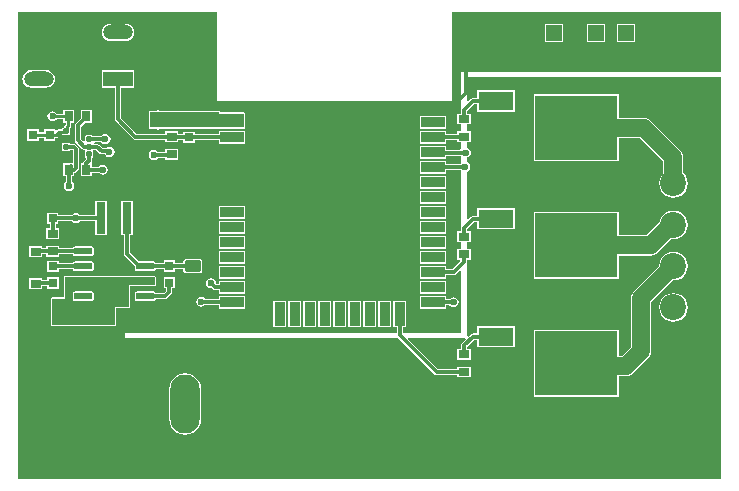
<source format=gtl>
G04*
G04 #@! TF.GenerationSoftware,Altium Limited,Altium Designer,21.2.1 (34)*
G04*
G04 Layer_Physical_Order=1*
G04 Layer_Color=255*
%FSLAX25Y25*%
%MOIN*%
G70*
G04*
G04 #@! TF.SameCoordinates,1D3D90CA-2CC7-45D0-A42F-5F1F34DB6ECE*
G04*
G04*
G04 #@! TF.FilePolarity,Positive*
G04*
G01*
G75*
%ADD18R,0.05236X0.05236*%
%ADD19R,0.07874X0.03543*%
%ADD20R,0.03543X0.07874*%
G04:AMPARAMS|DCode=21|XSize=62.21mil|YSize=23.23mil|CornerRadius=2.9mil|HoleSize=0mil|Usage=FLASHONLY|Rotation=180.000|XOffset=0mil|YOffset=0mil|HoleType=Round|Shape=RoundedRectangle|*
%AMROUNDEDRECTD21*
21,1,0.06221,0.01742,0,0,180.0*
21,1,0.05640,0.02323,0,0,180.0*
1,1,0.00581,-0.02820,0.00871*
1,1,0.00581,0.02820,0.00871*
1,1,0.00581,0.02820,-0.00871*
1,1,0.00581,-0.02820,-0.00871*
%
%ADD21ROUNDEDRECTD21*%
%ADD22R,0.10000X0.05000*%
%ADD23O,0.10000X0.05000*%
%ADD24R,0.03543X0.02756*%
%ADD25R,0.03000X0.03000*%
G04:AMPARAMS|DCode=26|XSize=19.29mil|YSize=17.72mil|CornerRadius=2.22mil|HoleSize=0mil|Usage=FLASHONLY|Rotation=0.000|XOffset=0mil|YOffset=0mil|HoleType=Round|Shape=RoundedRectangle|*
%AMROUNDEDRECTD26*
21,1,0.01929,0.01329,0,0,0.0*
21,1,0.01486,0.01772,0,0,0.0*
1,1,0.00443,0.00743,-0.00664*
1,1,0.00443,-0.00743,-0.00664*
1,1,0.00443,-0.00743,0.00664*
1,1,0.00443,0.00743,0.00664*
%
%ADD26ROUNDEDRECTD26*%
%ADD27R,0.02756X0.03543*%
%ADD28R,0.27559X0.21463*%
%ADD29R,0.11800X0.06300*%
%ADD30R,0.03150X0.10630*%
G04:AMPARAMS|DCode=31|XSize=39.37mil|YSize=55.91mil|CornerRadius=4.92mil|HoleSize=0mil|Usage=FLASHONLY|Rotation=270.000|XOffset=0mil|YOffset=0mil|HoleType=Round|Shape=RoundedRectangle|*
%AMROUNDEDRECTD31*
21,1,0.03937,0.04606,0,0,270.0*
21,1,0.02953,0.05591,0,0,270.0*
1,1,0.00984,-0.02303,-0.01476*
1,1,0.00984,-0.02303,0.01476*
1,1,0.00984,0.02303,0.01476*
1,1,0.00984,0.02303,-0.01476*
%
%ADD31ROUNDEDRECTD31*%
%ADD32R,0.03000X0.03000*%
%ADD53C,0.08661*%
%ADD54C,0.02362*%
%ADD55C,0.01181*%
%ADD56C,0.04331*%
%ADD57C,0.05906*%
%ADD58C,0.00984*%
%ADD59C,0.01968*%
%ADD60C,0.11811*%
%ADD61O,0.17717X0.08858*%
%ADD62O,0.08858X0.17717*%
%ADD63O,0.09843X0.19685*%
%ADD64R,0.05394X0.05394*%
%ADD65C,0.06299*%
G36*
X235418Y136732D02*
X148740D01*
Y126102D01*
X148740D01*
Y124396D01*
X148673Y124296D01*
X148596Y123909D01*
Y122707D01*
X147435D01*
Y119151D01*
X148740D01*
Y116802D01*
X147435D01*
Y116034D01*
X143471D01*
Y117053D01*
X134797D01*
Y112710D01*
X143471D01*
Y114014D01*
X147435D01*
Y113246D01*
X148740D01*
Y111234D01*
X148366Y110753D01*
X148338Y110734D01*
X143471D01*
Y112054D01*
X134797D01*
Y107710D01*
X143471D01*
Y108714D01*
X148740D01*
Y106372D01*
X148270Y105892D01*
X143471D01*
Y107053D01*
X134797D01*
Y102710D01*
X143471D01*
Y103872D01*
X148692D01*
X148740Y103800D01*
Y97710D01*
X148740Y85160D01*
X148673Y85060D01*
X148596Y84673D01*
Y83471D01*
X147435D01*
Y79915D01*
X148740D01*
Y77565D01*
X147435D01*
Y74010D01*
X148173D01*
X148380Y73510D01*
X145763Y70892D01*
X143471D01*
Y72053D01*
X134797D01*
Y67710D01*
X143471D01*
Y68872D01*
X146181D01*
X146568Y68949D01*
X146895Y69168D01*
X148278Y70551D01*
X148740Y70359D01*
Y49685D01*
X129179D01*
Y51608D01*
X130341D01*
Y60282D01*
X125998D01*
Y51608D01*
X127159D01*
Y49685D01*
X67268D01*
Y49685D01*
X36654D01*
Y48031D01*
X127548D01*
X139746Y35833D01*
X140074Y35614D01*
X140461Y35537D01*
X147435D01*
Y34769D01*
X151778D01*
Y38325D01*
X147435D01*
Y37557D01*
X140879D01*
X130867Y47570D01*
X131058Y48031D01*
X150069D01*
X150276Y47532D01*
X148892Y46147D01*
X148673Y45820D01*
X148596Y45433D01*
Y44231D01*
X147435D01*
Y40675D01*
X151778D01*
Y44231D01*
X150616D01*
Y45015D01*
X152992Y47390D01*
X154013D01*
Y44850D01*
X166613D01*
Y51950D01*
X154013D01*
Y49410D01*
X152573D01*
X152187Y49333D01*
X151859Y49114D01*
X151130Y48385D01*
X150630Y48592D01*
Y74010D01*
X151778D01*
Y77565D01*
X150630D01*
Y79915D01*
X151778D01*
Y83471D01*
X150630D01*
Y84269D01*
X152992Y86630D01*
X154013D01*
Y84090D01*
X166613D01*
Y91190D01*
X154013D01*
Y88650D01*
X152573D01*
X152187Y88573D01*
X151859Y88354D01*
X151092Y87587D01*
X150630Y87778D01*
X150630Y103285D01*
X150695Y103298D01*
X151251Y103670D01*
X151623Y104226D01*
X151753Y104882D01*
X151623Y105538D01*
X151251Y106094D01*
X150695Y106465D01*
X150630Y106479D01*
Y108097D01*
X150853Y108141D01*
X151409Y108512D01*
X151780Y109069D01*
X151911Y109724D01*
X151780Y110380D01*
X151409Y110936D01*
X150853Y111308D01*
X150630Y111352D01*
Y113246D01*
X151778D01*
Y116802D01*
X150630D01*
Y119151D01*
X151778D01*
Y122707D01*
X150630D01*
Y123505D01*
X152992Y125866D01*
X154013D01*
Y123326D01*
X166613D01*
Y130426D01*
X154013D01*
Y127886D01*
X152573D01*
X152187Y127810D01*
X151859Y127591D01*
X151092Y126823D01*
X150630Y127015D01*
Y134921D01*
X235418Y134921D01*
Y803D01*
X803D01*
Y156677D01*
X67268D01*
Y126929D01*
X145669Y126929D01*
Y156677D01*
X235418D01*
Y136732D01*
D02*
G37*
%LPC*%
G36*
X36791Y152689D02*
X31791D01*
X31034Y152589D01*
X30329Y152297D01*
X29723Y151832D01*
X29258Y151226D01*
X28966Y150521D01*
X28866Y149764D01*
X28966Y149007D01*
X29258Y148301D01*
X29723Y147696D01*
X30329Y147231D01*
X31034Y146938D01*
X31791Y146839D01*
X36791D01*
X37548Y146938D01*
X38254Y147231D01*
X38860Y147696D01*
X39325Y148301D01*
X39617Y149007D01*
X39716Y149764D01*
X39617Y150521D01*
X39325Y151226D01*
X38860Y151832D01*
X38254Y152297D01*
X37548Y152589D01*
X36791Y152689D01*
D02*
G37*
G36*
X206758Y152703D02*
X200565D01*
Y146509D01*
X206758D01*
Y152703D01*
D02*
G37*
G36*
X196758D02*
X190565D01*
Y146509D01*
X196758D01*
Y152703D01*
D02*
G37*
G36*
X182743D02*
X176549D01*
Y146509D01*
X182743D01*
Y152703D01*
D02*
G37*
G36*
X10291Y137189D02*
X5291D01*
X4534Y137089D01*
X3829Y136797D01*
X3223Y136332D01*
X2758Y135726D01*
X2466Y135021D01*
X2366Y134264D01*
X2466Y133507D01*
X2758Y132801D01*
X3223Y132195D01*
X3829Y131731D01*
X4534Y131438D01*
X5291Y131339D01*
X10291D01*
X11048Y131438D01*
X11754Y131731D01*
X12360Y132195D01*
X12824Y132801D01*
X13117Y133507D01*
X13216Y134264D01*
X13117Y135021D01*
X12824Y135726D01*
X12360Y136332D01*
X11754Y136797D01*
X11048Y137089D01*
X10291Y137189D01*
D02*
G37*
G36*
X19573Y124022D02*
X16017D01*
Y122721D01*
X13855D01*
X13653Y123023D01*
X13097Y123395D01*
X12441Y123525D01*
X11785Y123395D01*
X11229Y123023D01*
X10857Y122467D01*
X10727Y121811D01*
X10857Y121155D01*
X11229Y120599D01*
X11785Y120228D01*
X12441Y120097D01*
X13097Y120228D01*
X13653Y120599D01*
X13855Y120901D01*
X16017D01*
Y119679D01*
X16846D01*
Y119078D01*
X16325Y118557D01*
X16128Y118262D01*
X16082Y118030D01*
X15944Y118002D01*
X15738Y117865D01*
X15601Y117659D01*
X15585Y117579D01*
X14662D01*
X14314Y117510D01*
X14019Y117313D01*
X13897Y117192D01*
X13435Y117383D01*
Y117491D01*
X9635D01*
Y116481D01*
X7845D01*
Y117451D01*
X4045D01*
Y113651D01*
X7845D01*
Y114661D01*
X9635D01*
Y113691D01*
X13435D01*
Y114642D01*
X13543D01*
X13891Y114711D01*
X14187Y114908D01*
X15039Y115760D01*
X15658D01*
X15738Y115640D01*
X15944Y115503D01*
X16186Y115454D01*
X17672D01*
X17915Y115503D01*
X18120Y115640D01*
X18258Y115846D01*
X18306Y116088D01*
Y117417D01*
X18258Y117659D01*
X18155Y117813D01*
X18399Y118058D01*
X18596Y118353D01*
X18665Y118701D01*
Y119679D01*
X19573D01*
Y124022D01*
D02*
G37*
G36*
X143471Y122054D02*
X134797D01*
Y117710D01*
X143471D01*
Y122054D01*
D02*
G37*
G36*
X47480Y123840D02*
X46824Y123709D01*
X46634Y123583D01*
X45000D01*
X44694Y123456D01*
X44567Y123150D01*
Y118110D01*
X44694Y117804D01*
X45000Y117677D01*
X46575D01*
X46824Y117511D01*
X47480Y117380D01*
X48136Y117511D01*
X48385Y117677D01*
X76221D01*
X76300Y117710D01*
X76542D01*
Y117841D01*
X76653Y118110D01*
Y122710D01*
X76527Y123016D01*
X76221Y123143D01*
X68301D01*
Y123150D01*
X68174Y123456D01*
X67868Y123583D01*
X48326D01*
X48136Y123709D01*
X47480Y123840D01*
D02*
G37*
G36*
X39691Y137164D02*
X28891D01*
Y131364D01*
X33281D01*
Y120814D01*
X33358Y120428D01*
X33577Y120100D01*
X39378Y114299D01*
X39706Y114080D01*
X40092Y114004D01*
X49976D01*
Y113235D01*
X54320D01*
Y113905D01*
X56075D01*
Y112917D01*
X59875D01*
Y113807D01*
X67868D01*
Y112710D01*
X76542D01*
Y117053D01*
X67868D01*
Y115826D01*
X59875D01*
Y116717D01*
X56075D01*
Y115925D01*
X54320D01*
Y116791D01*
X49976D01*
Y116023D01*
X40510D01*
X35301Y121233D01*
Y131364D01*
X39691D01*
Y137164D01*
D02*
G37*
G36*
X25479Y124022D02*
X21923D01*
Y121107D01*
X20310Y119494D01*
X20090Y119166D01*
X20014Y118780D01*
Y113767D01*
X20090Y113380D01*
X20310Y113053D01*
X22359Y111003D01*
X22687Y110784D01*
X23073Y110707D01*
X23252D01*
X23253Y110707D01*
X23376Y110188D01*
X23239Y109982D01*
X23190Y109740D01*
Y108411D01*
X23239Y108168D01*
X23376Y107963D01*
X23443Y107918D01*
X23478Y107387D01*
X22947Y106856D01*
X22728Y106528D01*
X22660Y106187D01*
X21923D01*
Y101844D01*
X25479D01*
Y103006D01*
X27826D01*
X27961Y102804D01*
X28517Y102432D01*
X29173Y102302D01*
X29829Y102432D01*
X30385Y102804D01*
X30757Y103360D01*
X30887Y104016D01*
X30757Y104672D01*
X30385Y105228D01*
X29829Y105599D01*
X29173Y105730D01*
X28517Y105599D01*
X27961Y105228D01*
X27826Y105026D01*
X25479D01*
Y106187D01*
X25479Y106187D01*
X25503Y106677D01*
X25577Y107047D01*
Y107842D01*
X25758Y107963D01*
X25896Y108168D01*
X25944Y108411D01*
Y109740D01*
X25896Y109982D01*
X25791Y110139D01*
X25858Y110365D01*
X26005Y110624D01*
X26885D01*
X28076Y109433D01*
X28404Y109214D01*
X28790Y109137D01*
X29919D01*
X30205Y108709D01*
X30761Y108338D01*
X31417Y108207D01*
X32073Y108338D01*
X32629Y108709D01*
X33001Y109265D01*
X33131Y109921D01*
X33001Y110577D01*
X32629Y111133D01*
X32073Y111505D01*
X31417Y111635D01*
X30761Y111505D01*
X30241Y111157D01*
X29209D01*
X28018Y112348D01*
X27690Y112567D01*
X27303Y112644D01*
X26507D01*
X26359Y112904D01*
X26522Y113173D01*
X28725D01*
X28867Y112961D01*
X29423Y112590D01*
X30079Y112459D01*
X30735Y112590D01*
X31291Y112961D01*
X31662Y113517D01*
X31793Y114173D01*
X31662Y114829D01*
X31291Y115385D01*
X30735Y115757D01*
X30079Y115887D01*
X29423Y115757D01*
X28867Y115385D01*
X28738Y115193D01*
X25833D01*
X25758Y115306D01*
X25553Y115443D01*
X25310Y115491D01*
X23824D01*
X23582Y115443D01*
X23376Y115306D01*
X23239Y115100D01*
X23190Y114858D01*
Y113735D01*
X22691Y113528D01*
X22034Y114185D01*
Y118361D01*
X23351Y119679D01*
X25479D01*
Y124022D01*
D02*
G37*
G36*
X54320Y110886D02*
X49976D01*
Y110032D01*
X47471D01*
X47393Y110149D01*
X46837Y110521D01*
X46181Y110651D01*
X45525Y110521D01*
X44969Y110149D01*
X44598Y109593D01*
X44467Y108937D01*
X44598Y108281D01*
X44969Y107725D01*
X45525Y107353D01*
X46181Y107223D01*
X46837Y107353D01*
X47393Y107725D01*
X47585Y108012D01*
X49976D01*
Y107330D01*
X54320D01*
Y110886D01*
D02*
G37*
G36*
X17672Y112932D02*
X16186D01*
X15944Y112884D01*
X15738Y112747D01*
X15601Y112541D01*
X15553Y112299D01*
Y110970D01*
X15601Y110728D01*
X15738Y110522D01*
X15944Y110385D01*
X16186Y110336D01*
X17672D01*
X17915Y110385D01*
X18120Y110522D01*
X18134Y110542D01*
X19165D01*
X19266Y110442D01*
Y106187D01*
X18680D01*
X18583Y106207D01*
X18485Y106187D01*
X16017D01*
Y101844D01*
X16844D01*
Y99930D01*
X16701Y99834D01*
X16330Y99278D01*
X16199Y98622D01*
X16330Y97966D01*
X16701Y97410D01*
X17257Y97039D01*
X17913Y96908D01*
X18569Y97039D01*
X19125Y97410D01*
X19497Y97966D01*
X19627Y98622D01*
X19497Y99278D01*
X19125Y99834D01*
X18864Y100008D01*
Y101844D01*
X19573D01*
Y102966D01*
X19584D01*
X19970Y103043D01*
X20298Y103262D01*
X20990Y103954D01*
X21209Y104282D01*
X21286Y104668D01*
Y110860D01*
X21209Y111246D01*
X20990Y111574D01*
X20298Y112266D01*
X19970Y112485D01*
X19584Y112562D01*
X18244D01*
X18120Y112747D01*
X17915Y112884D01*
X17672Y112932D01*
D02*
G37*
G36*
X143471Y102053D02*
X134797D01*
Y97710D01*
X143471D01*
Y102053D01*
D02*
G37*
G36*
X201187Y129108D02*
X172828D01*
Y106845D01*
X201187D01*
Y114595D01*
X208103D01*
X215910Y106788D01*
Y102620D01*
X215277Y101795D01*
X214801Y100644D01*
X214638Y99410D01*
X214801Y98175D01*
X215277Y97024D01*
X216036Y96035D01*
X217024Y95277D01*
X218175Y94801D01*
X219409Y94638D01*
X220644Y94801D01*
X221795Y95277D01*
X222783Y96035D01*
X223542Y97024D01*
X224018Y98175D01*
X224181Y99410D01*
X224018Y100644D01*
X223542Y101795D01*
X222783Y102783D01*
X222673Y102868D01*
Y108189D01*
X222558Y109064D01*
X222220Y109880D01*
X221683Y110580D01*
X211895Y120368D01*
X211195Y120905D01*
X210379Y121243D01*
X209504Y121358D01*
X201187D01*
Y129108D01*
D02*
G37*
G36*
X143471Y97053D02*
X134797D01*
Y92710D01*
X143471D01*
Y97053D01*
D02*
G37*
G36*
X30676Y93510D02*
X26726D01*
Y88845D01*
X21505D01*
X21370Y89047D01*
X20813Y89418D01*
X20157Y89549D01*
X19502Y89418D01*
X18946Y89047D01*
X18811Y88845D01*
X14380D01*
Y89735D01*
X10580D01*
Y85935D01*
X11470D01*
Y84455D01*
X10387D01*
Y80899D01*
X14731D01*
Y84455D01*
X13490D01*
Y85935D01*
X14380D01*
Y86825D01*
X18811D01*
X18946Y86623D01*
X19502Y86251D01*
X20157Y86121D01*
X20813Y86251D01*
X21370Y86623D01*
X21505Y86825D01*
X26726D01*
Y82080D01*
X30676D01*
Y93510D01*
D02*
G37*
G36*
X143471Y92054D02*
X134797D01*
Y87710D01*
X143471D01*
Y92054D01*
D02*
G37*
G36*
X76542D02*
X67868D01*
Y87710D01*
X76542D01*
Y92054D01*
D02*
G37*
G36*
X143471Y87054D02*
X134797D01*
Y82710D01*
X143471D01*
Y87054D01*
D02*
G37*
G36*
X76542D02*
X67868D01*
Y82710D01*
X76542D01*
Y87054D01*
D02*
G37*
G36*
X219409Y90401D02*
X218175Y90239D01*
X217024Y89762D01*
X216036Y89004D01*
X215277Y88016D01*
X214801Y86865D01*
X214753Y86501D01*
X210373Y82122D01*
X201187D01*
Y89872D01*
X172828D01*
Y67609D01*
X201187D01*
Y75358D01*
X211774D01*
X212649Y75474D01*
X213465Y75811D01*
X214165Y76349D01*
X218760Y80944D01*
X219409Y80858D01*
X220644Y81021D01*
X221795Y81498D01*
X222783Y82256D01*
X223542Y83244D01*
X224018Y84395D01*
X224181Y85630D01*
X224018Y86865D01*
X223542Y88016D01*
X222783Y89004D01*
X221795Y89762D01*
X220644Y90239D01*
X219409Y90401D01*
D02*
G37*
G36*
X14731Y78550D02*
X10387D01*
Y77762D01*
X9023D01*
Y78511D01*
X4679D01*
Y74955D01*
X9023D01*
Y75742D01*
X10387D01*
Y74994D01*
X14731D01*
Y75791D01*
X19167D01*
X19187Y75690D01*
X19340Y75462D01*
X19568Y75309D01*
X19838Y75256D01*
X25477D01*
X25747Y75309D01*
X25975Y75462D01*
X26128Y75690D01*
X26181Y75960D01*
Y77702D01*
X26128Y77971D01*
X25975Y78199D01*
X25747Y78352D01*
X25477Y78406D01*
X19838D01*
X19568Y78352D01*
X19340Y78199D01*
X19187Y77971D01*
X19155Y77811D01*
X14731D01*
Y78550D01*
D02*
G37*
G36*
X143471Y82054D02*
X134797D01*
Y77710D01*
X143471D01*
Y82054D01*
D02*
G37*
G36*
X76542D02*
X67868D01*
Y77710D01*
X76542D01*
Y82054D01*
D02*
G37*
G36*
X143471Y77053D02*
X134797D01*
Y72710D01*
X143471D01*
Y77053D01*
D02*
G37*
G36*
X76542D02*
X67868D01*
Y72710D01*
X76542D01*
Y77053D01*
D02*
G37*
G36*
X14459Y73672D02*
X10659D01*
Y69872D01*
X14459D01*
Y70791D01*
X19167D01*
X19187Y70690D01*
X19340Y70462D01*
X19568Y70309D01*
X19838Y70256D01*
X25477D01*
X25747Y70309D01*
X25975Y70462D01*
X26128Y70690D01*
X26181Y70960D01*
Y72702D01*
X26128Y72971D01*
X25975Y73199D01*
X25747Y73352D01*
X25477Y73406D01*
X19838D01*
X19568Y73352D01*
X19340Y73199D01*
X19187Y72971D01*
X19155Y72811D01*
X14459D01*
Y73672D01*
D02*
G37*
G36*
X39337Y93510D02*
X35387D01*
Y82080D01*
X36352D01*
Y75846D01*
X36429Y75460D01*
X36648Y75132D01*
X39803Y71977D01*
Y70960D01*
X39857Y70690D01*
X40009Y70462D01*
X40238Y70309D01*
X40507Y70256D01*
X46147D01*
X46416Y70309D01*
X46644Y70462D01*
X46797Y70690D01*
X46828Y70844D01*
X49439D01*
Y69978D01*
X53239D01*
Y70884D01*
X55961D01*
Y70433D01*
X56030Y70085D01*
X56227Y69790D01*
X56522Y69593D01*
X56870Y69524D01*
X61476D01*
X61825Y69593D01*
X62120Y69790D01*
X62317Y70085D01*
X62386Y70433D01*
Y73386D01*
X62317Y73734D01*
X62120Y74029D01*
X61825Y74226D01*
X61476Y74295D01*
X56870D01*
X56522Y74226D01*
X56227Y74029D01*
X56030Y73734D01*
X55961Y73386D01*
Y72904D01*
X53239D01*
Y73778D01*
X49439D01*
Y72864D01*
X46818D01*
X46797Y72971D01*
X46644Y73199D01*
X46416Y73352D01*
X46147Y73406D01*
X41231D01*
X38372Y76265D01*
Y82080D01*
X39337D01*
Y93510D01*
D02*
G37*
G36*
X76542Y72053D02*
X67868D01*
Y67710D01*
X76542D01*
Y72053D01*
D02*
G37*
G36*
X14459Y68172D02*
X10659D01*
Y67138D01*
X9022D01*
Y67762D01*
X4679D01*
Y64206D01*
X9022D01*
Y65118D01*
X10659D01*
Y64372D01*
X14459D01*
Y68172D01*
D02*
G37*
G36*
X16693Y68543D02*
X16387Y68416D01*
X16260Y68110D01*
X16260Y61496D01*
X12362Y61496D01*
X12056Y61369D01*
X11929Y61063D01*
X11929Y52205D01*
X12056Y51899D01*
X12362Y51772D01*
X33307Y51772D01*
X33613Y51899D01*
X33740Y52205D01*
Y57914D01*
X37874Y57914D01*
X38180Y58040D01*
X38307Y58346D01*
Y65079D01*
X46457Y65079D01*
X46763Y65206D01*
X46890Y65512D01*
Y68110D01*
X46763Y68416D01*
X46457Y68543D01*
X16693Y68543D01*
D02*
G37*
G36*
X53239Y68278D02*
X49439D01*
Y64478D01*
X50329D01*
Y63686D01*
X49483Y62841D01*
X46823D01*
X46797Y62971D01*
X46644Y63200D01*
X46416Y63352D01*
X46147Y63406D01*
X40507D01*
X40238Y63352D01*
X40009Y63200D01*
X39857Y62971D01*
X39803Y62702D01*
Y60960D01*
X39857Y60690D01*
X40009Y60462D01*
X40238Y60309D01*
X40507Y60256D01*
X46147D01*
X46416Y60309D01*
X46644Y60462D01*
X46797Y60690D01*
X46823Y60821D01*
X49902D01*
X50288Y60898D01*
X50616Y61117D01*
X52053Y62554D01*
X52272Y62881D01*
X52349Y63268D01*
Y64478D01*
X53239D01*
Y68278D01*
D02*
G37*
G36*
X143471Y67054D02*
X134797D01*
Y62710D01*
X143471D01*
Y67054D01*
D02*
G37*
G36*
X65236Y67856D02*
X64580Y67725D01*
X64024Y67354D01*
X63653Y66798D01*
X63522Y66142D01*
X63653Y65486D01*
X64024Y64930D01*
X64580Y64558D01*
X65236Y64428D01*
X65474Y64475D01*
X65861Y64089D01*
X66188Y63870D01*
X66575Y63793D01*
X67868D01*
Y62710D01*
X76542D01*
Y67054D01*
X67868D01*
Y65923D01*
X67368Y65833D01*
X66950Y66142D01*
X66820Y66798D01*
X66448Y67354D01*
X65892Y67725D01*
X65236Y67856D01*
D02*
G37*
G36*
X76542Y62054D02*
X67868D01*
Y61010D01*
X63394D01*
X63259Y61212D01*
X62703Y61584D01*
X62047Y61714D01*
X61391Y61584D01*
X60835Y61212D01*
X60464Y60656D01*
X60333Y60000D01*
X60464Y59344D01*
X60835Y58788D01*
X61391Y58416D01*
X62047Y58286D01*
X62703Y58416D01*
X63259Y58788D01*
X63394Y58990D01*
X67868D01*
Y57710D01*
X76542D01*
Y62054D01*
D02*
G37*
G36*
X143471D02*
X134797D01*
Y57710D01*
X143471D01*
Y58793D01*
X144755D01*
X144890Y58591D01*
X145446Y58220D01*
X146102Y58089D01*
X146758Y58220D01*
X147314Y58591D01*
X147686Y59147D01*
X147816Y59803D01*
X147686Y60459D01*
X147314Y61015D01*
X146758Y61387D01*
X146102Y61517D01*
X145446Y61387D01*
X144890Y61015D01*
X144755Y60813D01*
X143471D01*
Y62054D01*
D02*
G37*
G36*
X219409Y62842D02*
X218175Y62680D01*
X217024Y62203D01*
X216036Y61445D01*
X215277Y60457D01*
X214801Y59306D01*
X214638Y58071D01*
X214801Y56836D01*
X215277Y55685D01*
X216036Y54697D01*
X217024Y53939D01*
X218175Y53462D01*
X219409Y53299D01*
X220644Y53462D01*
X221795Y53939D01*
X222783Y54697D01*
X223542Y55685D01*
X224018Y56836D01*
X224181Y58071D01*
X224018Y59306D01*
X223542Y60457D01*
X222783Y61445D01*
X221795Y62203D01*
X220644Y62680D01*
X219409Y62842D01*
D02*
G37*
G36*
X125341Y60282D02*
X120998D01*
Y51608D01*
X125341D01*
Y60282D01*
D02*
G37*
G36*
X120341D02*
X115998D01*
Y51608D01*
X120341D01*
Y60282D01*
D02*
G37*
G36*
X115341D02*
X110998D01*
Y51608D01*
X115341D01*
Y60282D01*
D02*
G37*
G36*
X110341D02*
X105998D01*
Y51608D01*
X110341D01*
Y60282D01*
D02*
G37*
G36*
X105341D02*
X100998D01*
Y51608D01*
X105341D01*
Y60282D01*
D02*
G37*
G36*
X100341D02*
X95998D01*
Y51608D01*
X100341D01*
Y60282D01*
D02*
G37*
G36*
X95341D02*
X90998D01*
Y51608D01*
X95341D01*
Y60282D01*
D02*
G37*
G36*
X90341D02*
X85998D01*
Y51608D01*
X90341D01*
Y60282D01*
D02*
G37*
G36*
X219409Y76622D02*
X218175Y76459D01*
X217024Y75983D01*
X216036Y75224D01*
X215277Y74236D01*
X214801Y73085D01*
X214640Y71863D01*
X206310Y63533D01*
X205772Y62833D01*
X205434Y62017D01*
X205319Y61142D01*
Y44905D01*
X202300Y41886D01*
X201187D01*
Y50631D01*
X172828D01*
Y28368D01*
X201187D01*
Y35122D01*
X203701D01*
X204576Y35238D01*
X205392Y35575D01*
X206092Y36113D01*
X211092Y41113D01*
X211629Y41813D01*
X211967Y42629D01*
X212083Y43504D01*
Y59741D01*
X219422Y67080D01*
X220644Y67241D01*
X221795Y67718D01*
X222783Y68476D01*
X223542Y69465D01*
X224018Y70615D01*
X224181Y71850D01*
X224018Y73085D01*
X223542Y74236D01*
X222783Y75224D01*
X221795Y75983D01*
X220644Y76459D01*
X219409Y76622D01*
D02*
G37*
G36*
X56630Y36243D02*
X55241Y36060D01*
X53947Y35524D01*
X52835Y34671D01*
X51982Y33559D01*
X51446Y32265D01*
X51263Y30876D01*
Y21033D01*
X51446Y19644D01*
X51982Y18349D01*
X52835Y17238D01*
X53947Y16385D01*
X55241Y15849D01*
X56630Y15666D01*
X58020Y15849D01*
X59314Y16385D01*
X60426Y17238D01*
X61278Y18349D01*
X61815Y19644D01*
X61998Y21033D01*
Y30876D01*
X61815Y32265D01*
X61278Y33559D01*
X60426Y34671D01*
X59314Y35524D01*
X58020Y36060D01*
X56630Y36243D01*
D02*
G37*
%LPD*%
G36*
X67868Y122710D02*
X76221D01*
Y118110D01*
X45000D01*
Y123150D01*
X67868D01*
Y122710D01*
D02*
G37*
G36*
X46457Y68110D02*
Y65512D01*
X37874Y65512D01*
Y58346D01*
X33307Y58346D01*
Y52205D01*
X12362Y52205D01*
X12362Y61063D01*
X16693Y61063D01*
X16693Y68110D01*
X46457Y68110D01*
D02*
G37*
%LPC*%
G36*
X25477Y63406D02*
X19838D01*
X19568Y63352D01*
X19340Y63200D01*
X19187Y62971D01*
X19134Y62702D01*
Y60960D01*
X19187Y60690D01*
X19340Y60462D01*
X19568Y60309D01*
X19838Y60256D01*
X25477D01*
X25747Y60309D01*
X25975Y60462D01*
X26128Y60690D01*
X26181Y60960D01*
Y62702D01*
X26128Y62971D01*
X25975Y63200D01*
X25747Y63352D01*
X25477Y63406D01*
D02*
G37*
%LPD*%
D18*
X108957Y88130D02*
D03*
X101732D02*
D03*
X94508D02*
D03*
X108957Y95354D02*
D03*
X101732D02*
D03*
X94508D02*
D03*
X108957Y102579D02*
D03*
X101732D02*
D03*
X94508D02*
D03*
D19*
X139134Y124882D02*
D03*
Y119882D02*
D03*
Y114882D02*
D03*
Y109882D02*
D03*
Y104882D02*
D03*
Y99882D02*
D03*
Y94882D02*
D03*
Y89882D02*
D03*
Y84882D02*
D03*
Y79882D02*
D03*
Y74882D02*
D03*
Y69882D02*
D03*
Y64882D02*
D03*
Y59882D02*
D03*
X72205D02*
D03*
Y64882D02*
D03*
Y69882D02*
D03*
Y74882D02*
D03*
Y79882D02*
D03*
Y84882D02*
D03*
Y89882D02*
D03*
Y94882D02*
D03*
Y99882D02*
D03*
Y104882D02*
D03*
Y109882D02*
D03*
Y114882D02*
D03*
Y119882D02*
D03*
Y124882D02*
D03*
D20*
X128169Y55945D02*
D03*
X123169D02*
D03*
X118169D02*
D03*
X113169D02*
D03*
X108169D02*
D03*
X103169D02*
D03*
X98169D02*
D03*
X93169D02*
D03*
X88169D02*
D03*
X83169D02*
D03*
D21*
X43327Y61831D02*
D03*
Y66831D02*
D03*
Y71831D02*
D03*
Y76831D02*
D03*
X22658D02*
D03*
Y71831D02*
D03*
Y66831D02*
D03*
Y61831D02*
D03*
D22*
X34291Y134264D02*
D03*
D23*
X7791D02*
D03*
X34291Y149764D02*
D03*
X7791D02*
D03*
D24*
X52148Y109108D02*
D03*
Y115013D02*
D03*
X149606Y36547D02*
D03*
Y42453D02*
D03*
Y75787D02*
D03*
Y81693D02*
D03*
Y115024D02*
D03*
Y120929D02*
D03*
X6850Y65984D02*
D03*
Y71890D02*
D03*
X6851Y76733D02*
D03*
Y82638D02*
D03*
X12559Y82677D02*
D03*
Y76772D02*
D03*
D25*
X57975Y109317D02*
D03*
Y114817D02*
D03*
X57953Y125669D02*
D03*
Y120169D02*
D03*
X52125Y125669D02*
D03*
Y120169D02*
D03*
X11535Y110091D02*
D03*
Y115591D02*
D03*
X5945Y110051D02*
D03*
Y115551D02*
D03*
X51339Y66378D02*
D03*
Y71878D02*
D03*
X12559Y71772D02*
D03*
Y66272D02*
D03*
D26*
X24567Y111634D02*
D03*
Y114193D02*
D03*
Y116753D02*
D03*
Y109075D02*
D03*
X16929Y111634D02*
D03*
Y114193D02*
D03*
Y116753D02*
D03*
Y109075D02*
D03*
D27*
X17795Y104016D02*
D03*
X23701D02*
D03*
X17795Y121850D02*
D03*
X23701D02*
D03*
D28*
X187008Y39500D02*
D03*
Y117976D02*
D03*
Y78740D02*
D03*
D29*
X160313Y30800D02*
D03*
Y48400D02*
D03*
Y109276D02*
D03*
Y126876D02*
D03*
Y70040D02*
D03*
Y87640D02*
D03*
D30*
X37362Y87795D02*
D03*
X28701D02*
D03*
D31*
X59173Y71909D02*
D03*
Y64547D02*
D03*
D32*
X30906Y54488D02*
D03*
X36406D02*
D03*
X12480Y87835D02*
D03*
X6980D02*
D03*
D53*
X219409Y99410D02*
D03*
Y85630D02*
D03*
Y71850D02*
D03*
Y58071D02*
D03*
D54*
X46181Y108937D02*
D03*
X47480Y122126D02*
D03*
Y119095D02*
D03*
X220473Y124016D02*
D03*
X227362Y110236D02*
D03*
Y82677D02*
D03*
Y55118D02*
D03*
X220473Y41339D02*
D03*
X227362Y27559D02*
D03*
X220473Y13780D02*
D03*
X206693Y124016D02*
D03*
Y96457D02*
D03*
Y68898D02*
D03*
X213583Y27559D02*
D03*
X206693Y13780D02*
D03*
X192913Y96457D02*
D03*
X199803Y55118D02*
D03*
X192913Y13780D02*
D03*
X179134Y96457D02*
D03*
X186024Y55118D02*
D03*
X179134Y13780D02*
D03*
X165354Y96457D02*
D03*
X172244Y55118D02*
D03*
X165354Y41339D02*
D03*
Y13780D02*
D03*
X158465Y55118D02*
D03*
X151575Y13780D02*
D03*
X144685Y55118D02*
D03*
Y27559D02*
D03*
X137795Y13780D02*
D03*
X124016Y124016D02*
D03*
X130905Y110236D02*
D03*
X124016Y96457D02*
D03*
X130905Y82677D02*
D03*
X124016Y68898D02*
D03*
Y41339D02*
D03*
X130905Y27559D02*
D03*
X124016Y13780D02*
D03*
X110236Y124016D02*
D03*
X117126Y110236D02*
D03*
Y82677D02*
D03*
X110236Y68898D02*
D03*
Y41339D02*
D03*
X117126Y27559D02*
D03*
X110236Y13780D02*
D03*
X96457Y124016D02*
D03*
X103347Y110236D02*
D03*
Y82677D02*
D03*
X96457Y68898D02*
D03*
Y41339D02*
D03*
X103347Y27559D02*
D03*
X96457Y13780D02*
D03*
X82677Y124016D02*
D03*
X89567Y110236D02*
D03*
X82677Y96457D02*
D03*
X89567Y82677D02*
D03*
X82677Y68898D02*
D03*
Y41339D02*
D03*
X89567Y27559D02*
D03*
X82677Y13780D02*
D03*
X75787Y55118D02*
D03*
X68898Y41339D02*
D03*
X75787Y27559D02*
D03*
X62008Y137795D02*
D03*
Y110236D02*
D03*
X55118Y96457D02*
D03*
X62008Y55118D02*
D03*
X55118Y41339D02*
D03*
Y13780D02*
D03*
X48228Y137795D02*
D03*
X41339Y124016D02*
D03*
X48228Y82677D02*
D03*
Y55118D02*
D03*
X41339Y41339D02*
D03*
X48228Y27559D02*
D03*
X41339Y13780D02*
D03*
X27559Y124016D02*
D03*
Y96457D02*
D03*
Y41339D02*
D03*
Y13780D02*
D03*
X20669Y137795D02*
D03*
X13780Y96457D02*
D03*
X20669Y82677D02*
D03*
X13780Y41339D02*
D03*
X20669Y27559D02*
D03*
X13780Y13780D02*
D03*
X35079Y60472D02*
D03*
Y65197D02*
D03*
X29173D02*
D03*
Y59685D02*
D03*
X22874Y55748D02*
D03*
X15394D02*
D03*
X17913Y98622D02*
D03*
X150315Y146653D02*
D03*
X150039Y104882D02*
D03*
X150197Y109724D02*
D03*
X146102Y59803D02*
D03*
X29173Y104016D02*
D03*
X62047Y60000D02*
D03*
X31417Y109921D02*
D03*
X30079Y114173D02*
D03*
X65236Y66142D02*
D03*
X12441Y121811D02*
D03*
X20157Y87835D02*
D03*
D55*
X46181Y108937D02*
X46267Y109022D01*
X52062D02*
X52148Y109108D01*
X46267Y109022D02*
X52062D01*
X34291Y120814D02*
X40092Y115013D01*
X34291Y120814D02*
Y134264D01*
X40092Y115013D02*
X52148D01*
X52246Y114915D02*
X57876D01*
X52148Y115013D02*
X52246Y114915D01*
X57876D02*
X57975Y114817D01*
X72139D02*
X72205Y114882D01*
X57975Y114817D02*
X72139D01*
X17835Y103976D02*
X17854Y103957D01*
X17795Y104016D02*
X17835Y103976D01*
X17854Y98681D02*
X17913Y98622D01*
X17854Y98681D02*
Y103957D01*
X17835Y103976D02*
X19584D01*
X20276Y104668D01*
Y110860D01*
X17795Y104016D02*
Y104409D01*
X18583Y105197D01*
X21024Y113767D02*
Y118780D01*
X19584Y111552D02*
X20276Y110860D01*
X17012Y111552D02*
X19584D01*
X21024Y113767D02*
X23073Y111717D01*
X150315Y129449D02*
Y146653D01*
X145748Y124882D02*
X150315Y129449D01*
X139134Y124882D02*
X145748D01*
X160118Y109081D02*
X160313Y109276D01*
X49902Y61831D02*
X51339Y63268D01*
Y66378D01*
X43327Y61831D02*
X49902D01*
X139134Y104882D02*
X150039D01*
X139134Y109882D02*
X139291Y109724D01*
X150197D01*
X139134Y59882D02*
X139213Y59803D01*
X146102D01*
X23661Y104055D02*
X23701Y104016D01*
X29173D01*
X62047Y60000D02*
X72087D01*
X72205Y59882D01*
X31191Y110147D02*
X31417Y109921D01*
X28790Y110147D02*
X31191D01*
X27303Y111634D02*
X28790Y110147D01*
X24567Y111634D02*
X27303D01*
X24567Y114193D02*
X24577Y114183D01*
X30069D01*
X30079Y114173D01*
X65236Y66142D02*
X66575Y64803D01*
X72126D01*
X72205Y64882D01*
X16929Y111634D02*
X17012Y111552D01*
X23661Y104055D02*
Y106142D01*
X24567Y107047D02*
Y109075D01*
X23661Y106142D02*
X24567Y107047D01*
X23073Y111717D02*
X24484D01*
X24567Y111634D01*
X23701Y121457D02*
Y121850D01*
X21024Y118780D02*
X23701Y121457D01*
X20157Y87835D02*
X28661D01*
X28701Y87795D01*
X20157Y87835D02*
X20157Y87835D01*
X12480Y87835D02*
X20157D01*
X51354Y71894D02*
X59158D01*
X59173Y71909D01*
X51339Y71878D02*
X51354Y71894D01*
X43350Y71854D02*
X51315D01*
X43327Y71831D02*
X43350Y71854D01*
X51315D02*
X51339Y71878D01*
X37362Y75846D02*
Y87795D01*
Y75846D02*
X41378Y71831D01*
X43327D01*
X12480Y82756D02*
Y87835D01*
Y82756D02*
X12559Y82677D01*
X6870Y76752D02*
X12539D01*
X6851Y76733D02*
X6870Y76752D01*
X12539D02*
X12559Y76772D01*
X12589Y76801D02*
X22628D01*
X12559Y76772D02*
X12589Y76801D01*
X22628D02*
X22658Y76831D01*
X22628Y71801D02*
X22658Y71831D01*
X12559Y71772D02*
X12589Y71801D01*
X22628D01*
X6994Y66128D02*
X12415D01*
X12559Y66272D01*
X6850Y65984D02*
X6994Y66128D01*
X139134Y114882D02*
X139276Y115024D01*
X149606D01*
Y120929D02*
Y123909D01*
X152573Y126876D02*
X160313D01*
X149606Y123909D02*
X152573Y126876D01*
X149606Y81693D02*
Y84673D01*
X152573Y87640D02*
X160313D01*
X149606Y84673D02*
X152573Y87640D01*
X146181Y69882D02*
X149606Y73307D01*
Y75787D01*
X139134Y69882D02*
X146181D01*
X149606Y45433D02*
X152573Y48400D01*
X160313D01*
X149606Y42453D02*
Y45433D01*
X140461Y36547D02*
X149606D01*
X128169Y48839D02*
X140461Y36547D01*
X128169Y48839D02*
Y55945D01*
D56*
X160313Y59857D02*
Y70040D01*
Y20617D02*
Y30800D01*
X160118Y98898D02*
Y109081D01*
D57*
X208701Y61142D02*
X219409Y71850D01*
X203701Y38504D02*
X208701Y43504D01*
Y61142D01*
X188004Y38504D02*
X203701D01*
X187008Y39500D02*
X188004Y38504D01*
X218664Y85630D02*
X219409D01*
X187008Y78740D02*
X211774D01*
X218664Y85630D01*
X209504Y117976D02*
X219291Y108189D01*
Y99528D02*
X219409Y99410D01*
X219291Y99528D02*
Y108189D01*
X187008Y117976D02*
X209504D01*
D58*
X16969Y117913D02*
X17756Y118701D01*
Y121811D01*
X16929Y116753D02*
X16969Y116792D01*
Y117913D01*
X11516Y115571D02*
X11535Y115591D01*
X13543Y115551D02*
X14662Y116670D01*
X16847D01*
X11575Y115551D02*
X13543D01*
X11535Y115591D02*
X11575Y115551D01*
X16847Y116670D02*
X16929Y116753D01*
X12441Y121811D02*
X17756D01*
X5945Y115551D02*
X5965Y115571D01*
X11516D01*
D59*
X105344Y88130D02*
D03*
X98120D02*
D03*
X108957Y91742D02*
D03*
X101732D02*
D03*
X94508D02*
D03*
X105344Y95354D02*
D03*
X98120D02*
D03*
X108957Y98966D02*
D03*
X101732D02*
D03*
X94508D02*
D03*
X105344Y102579D02*
D03*
X98120D02*
D03*
D60*
X226378Y148228D02*
D03*
Y10433D02*
D03*
X72756D02*
D03*
D61*
X44819Y7450D02*
D03*
D62*
X33008Y25954D02*
D03*
D63*
X56630D02*
D03*
D64*
X179646Y149606D02*
D03*
X169646D02*
D03*
X213661D02*
D03*
X203661D02*
D03*
X193661D02*
D03*
D65*
X160313Y20617D02*
D03*
Y59857D02*
D03*
X160118Y98898D02*
D03*
M02*

</source>
